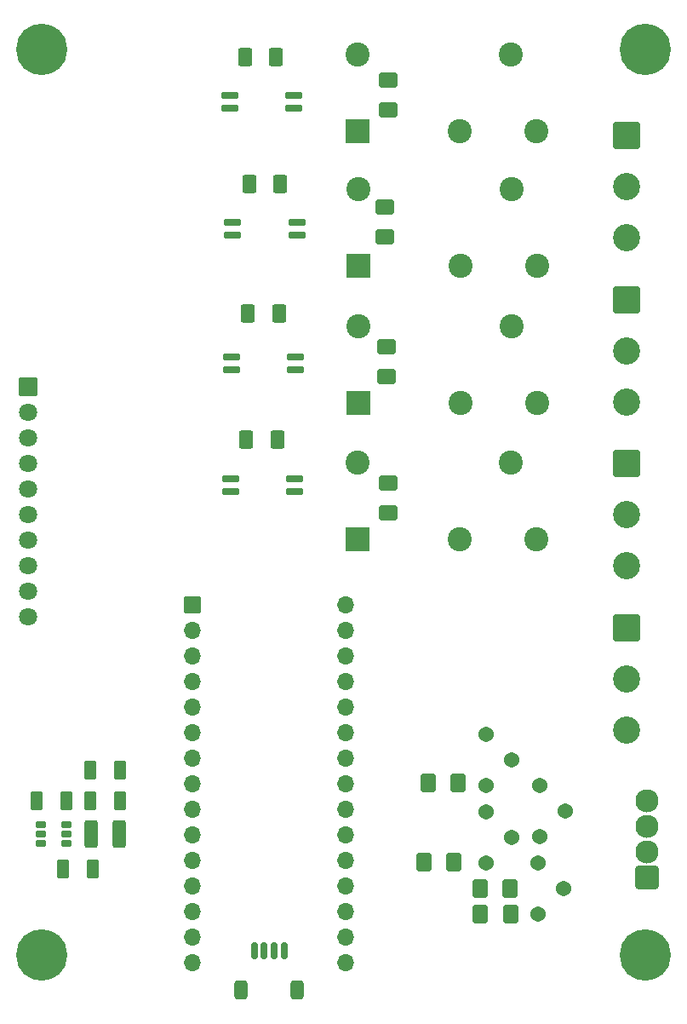
<source format=gbr>
%TF.GenerationSoftware,KiCad,Pcbnew,9.0.7*%
%TF.CreationDate,2026-02-10T14:17:09-05:00*%
%TF.ProjectId,BREAD_Slice,42524541-445f-4536-9c69-63652e6b6963,rev?*%
%TF.SameCoordinates,PX74eba40PY8552dc0*%
%TF.FileFunction,Soldermask,Bot*%
%TF.FilePolarity,Negative*%
%FSLAX46Y46*%
G04 Gerber Fmt 4.6, Leading zero omitted, Abs format (unit mm)*
G04 Created by KiCad (PCBNEW 9.0.7) date 2026-02-10 14:17:09*
%MOMM*%
%LPD*%
G01*
G04 APERTURE LIST*
G04 Aperture macros list*
%AMRoundRect*
0 Rectangle with rounded corners*
0 $1 Rounding radius*
0 $2 $3 $4 $5 $6 $7 $8 $9 X,Y pos of 4 corners*
0 Add a 4 corners polygon primitive as box body*
4,1,4,$2,$3,$4,$5,$6,$7,$8,$9,$2,$3,0*
0 Add four circle primitives for the rounded corners*
1,1,$1+$1,$2,$3*
1,1,$1+$1,$4,$5*
1,1,$1+$1,$6,$7*
1,1,$1+$1,$8,$9*
0 Add four rect primitives between the rounded corners*
20,1,$1+$1,$2,$3,$4,$5,0*
20,1,$1+$1,$4,$5,$6,$7,0*
20,1,$1+$1,$6,$7,$8,$9,0*
20,1,$1+$1,$8,$9,$2,$3,0*%
G04 Aperture macros list end*
%ADD10RoundRect,0.050000X-0.450850X-0.254000X0.450850X-0.254000X0.450850X0.254000X-0.450850X0.254000X0*%
%ADD11C,1.540000*%
%ADD12RoundRect,0.050000X-0.800000X-0.800000X0.800000X-0.800000X0.800000X0.800000X-0.800000X0.800000X0*%
%ADD13O,1.700000X1.700000*%
%ADD14C,5.100000*%
%ADD15RoundRect,0.050000X-0.850000X-0.850000X0.850000X-0.850000X0.850000X0.850000X-0.850000X0.850000X0*%
%ADD16C,1.800000*%
%ADD17RoundRect,0.259616X-1.090384X1.090384X-1.090384X-1.090384X1.090384X-1.090384X1.090384X1.090384X0*%
%ADD18C,2.700000*%
%ADD19RoundRect,0.261363X0.888637X-0.888637X0.888637X0.888637X-0.888637X0.888637X-0.888637X-0.888637X0*%
%ADD20C,2.300000*%
%ADD21RoundRect,0.050000X1.150000X1.150000X-1.150000X1.150000X-1.150000X-1.150000X1.150000X-1.150000X0*%
%ADD22C,2.400000*%
%ADD23RoundRect,0.267544X0.494956X0.657456X-0.494956X0.657456X-0.494956X-0.657456X0.494956X-0.657456X0*%
%ADD24RoundRect,0.175000X-0.687500X-0.175000X0.687500X-0.175000X0.687500X0.175000X-0.687500X0.175000X0*%
%ADD25RoundRect,0.175000X0.175000X0.650000X-0.175000X0.650000X-0.175000X-0.650000X0.175000X-0.650000X0*%
%ADD26RoundRect,0.270833X0.379167X0.679167X-0.379167X0.679167X-0.379167X-0.679167X0.379167X-0.679167X0*%
%ADD27RoundRect,0.271739X0.353261X0.678261X-0.353261X0.678261X-0.353261X-0.678261X0.353261X-0.678261X0*%
%ADD28RoundRect,0.267544X-0.657456X0.494956X-0.657456X-0.494956X0.657456X-0.494956X0.657456X0.494956X0*%
%ADD29RoundRect,0.269231X-0.430769X-0.655769X0.430769X-0.655769X0.430769X0.655769X-0.430769X0.655769X0*%
%ADD30RoundRect,0.271739X-0.353261X-0.678261X0.353261X-0.678261X0.353261X0.678261X-0.353261X0.678261X0*%
%ADD31RoundRect,0.267544X-0.494956X-0.657456X0.494956X-0.657456X0.494956X0.657456X-0.494956X0.657456X0*%
%ADD32RoundRect,0.270000X-0.405000X-1.105000X0.405000X-1.105000X0.405000X1.105000X-0.405000X1.105000X0*%
G04 APERTURE END LIST*
D10*
%TO.C,U1*%
X4848250Y16094999D03*
X4848250Y17045000D03*
X4848250Y17995001D03*
X7451750Y17995001D03*
X7451750Y17045000D03*
X7451750Y16094999D03*
%TD*%
D11*
%TO.C,RV4*%
X49160000Y26900000D03*
X51700000Y24360000D03*
X49160000Y21820000D03*
%TD*%
%TO.C,RV3*%
X54460000Y21840000D03*
X57000000Y19300000D03*
X54460000Y16760000D03*
%TD*%
%TO.C,RV2*%
X49160000Y19240000D03*
X51700000Y16700000D03*
X49160000Y14160000D03*
%TD*%
%TO.C,RV1*%
X54360000Y14140000D03*
X56900000Y11600000D03*
X54360000Y9060000D03*
%TD*%
D12*
%TO.C,A1*%
X19988000Y39800000D03*
D13*
X19988000Y37260000D03*
X19988000Y34720000D03*
X19988000Y32180000D03*
X19988000Y29640000D03*
X19988000Y27100000D03*
X19988000Y24560000D03*
X19988000Y22020000D03*
X19988000Y19480000D03*
X19988000Y16940000D03*
X19988000Y14400000D03*
X19988000Y11860000D03*
X19988000Y9320000D03*
X19988000Y6780000D03*
X19988000Y4240000D03*
X35228000Y4240000D03*
X35228000Y6780000D03*
X35228000Y9320000D03*
X35228000Y11860000D03*
X35228000Y14400000D03*
X35228000Y16940000D03*
X35228000Y19480000D03*
X35228000Y22020000D03*
X35228000Y24560000D03*
X35228000Y27100000D03*
X35228000Y29640000D03*
X35228000Y32180000D03*
X35228000Y34720000D03*
X35228000Y37260000D03*
X35228000Y39800000D03*
%TD*%
D14*
%TO.C,H1*%
X5000000Y95000000D03*
%TD*%
%TO.C,H3*%
X65000000Y95000000D03*
%TD*%
%TO.C,H2*%
X5000000Y5000000D03*
%TD*%
%TO.C,H4*%
X65000000Y5000000D03*
%TD*%
D15*
%TO.C,J1*%
X3600000Y61450000D03*
D16*
X3600000Y58910000D03*
X3600000Y56370000D03*
X3600000Y53830000D03*
X3600000Y51290000D03*
X3600000Y48750000D03*
X3600000Y46210000D03*
X3600000Y43670000D03*
X3600000Y41130000D03*
X3600000Y38590000D03*
%TD*%
D17*
%TO.C,J5*%
X63150000Y53850000D03*
D18*
X63150000Y48770000D03*
X63150000Y43690000D03*
%TD*%
D19*
%TO.C,J2*%
X65200000Y12735000D03*
D20*
X65200000Y15275000D03*
X65200000Y17815000D03*
X65200000Y20355000D03*
%TD*%
D17*
%TO.C,J6*%
X63150000Y37550000D03*
D18*
X63150000Y32470000D03*
X63150000Y27390000D03*
%TD*%
D21*
%TO.C,K1*%
X36390000Y86908000D03*
D22*
X46550000Y86908000D03*
X54170000Y86908000D03*
X51630000Y94528000D03*
X36390000Y94528000D03*
%TD*%
D21*
%TO.C,K4*%
X36360000Y46360000D03*
D22*
X46520000Y46360000D03*
X54140000Y46360000D03*
X51600000Y53980000D03*
X36360000Y53980000D03*
%TD*%
D17*
%TO.C,J3*%
X63145000Y86435000D03*
D18*
X63145000Y81355000D03*
X63145000Y76275000D03*
%TD*%
D21*
%TO.C,K2*%
X36425000Y73532000D03*
D22*
X46585000Y73532000D03*
X54205000Y73532000D03*
X51665000Y81152000D03*
X36425000Y81152000D03*
%TD*%
D21*
%TO.C,K3*%
X36425000Y59900000D03*
D22*
X46585000Y59900000D03*
X54205000Y59900000D03*
X51665000Y67520000D03*
X36425000Y67520000D03*
%TD*%
D17*
%TO.C,J4*%
X63145000Y70135000D03*
D18*
X63145000Y65055000D03*
X63145000Y59975000D03*
%TD*%
D23*
%TO.C,D5*%
X46387500Y22100000D03*
X43412500Y22100000D03*
%TD*%
D24*
%TO.C,U3*%
X23966500Y76580000D03*
X23966500Y77850000D03*
X30341500Y77850000D03*
X30341500Y76580000D03*
%TD*%
D23*
%TO.C,D2*%
X51587500Y9100000D03*
X48612500Y9100000D03*
%TD*%
D24*
%TO.C,U4*%
X23839500Y63202000D03*
X23839500Y64472000D03*
X30214500Y64472000D03*
X30214500Y63202000D03*
%TD*%
D25*
%TO.C,J1*%
X29098000Y5400000D03*
X28098000Y5400000D03*
X27098000Y5400000D03*
X26098000Y5400000D03*
D26*
X30398000Y1525000D03*
X24798000Y1525000D03*
%TD*%
D24*
%TO.C,U2*%
X23677500Y89194000D03*
X23677500Y90464000D03*
X30052500Y90464000D03*
X30052500Y89194000D03*
%TD*%
D27*
%TO.C,C1*%
X7425000Y20345000D03*
X4475000Y20345000D03*
%TD*%
D28*
%TO.C,D8*%
X39219000Y65451500D03*
X39219000Y62476500D03*
%TD*%
%TO.C,D9*%
X39408000Y51911500D03*
X39408000Y48936500D03*
%TD*%
D23*
%TO.C,D3*%
X45987500Y14200000D03*
X43012500Y14200000D03*
%TD*%
D29*
%TO.C,R2*%
X25604000Y81660000D03*
X28704000Y81660000D03*
%TD*%
%TO.C,R3*%
X25477000Y68790000D03*
X28577000Y68790000D03*
%TD*%
D28*
%TO.C,D7*%
X39092000Y79337500D03*
X39092000Y76362500D03*
%TD*%
D27*
%TO.C,C2*%
X10025000Y13545000D03*
X7075000Y13545000D03*
%TD*%
D28*
%TO.C,D6*%
X39438000Y91951500D03*
X39438000Y88976500D03*
%TD*%
D30*
%TO.C,C3*%
X9775000Y20345000D03*
X12725000Y20345000D03*
%TD*%
D29*
%TO.C,R4*%
X25285000Y56266000D03*
X28385000Y56266000D03*
%TD*%
D30*
%TO.C,C4*%
X9775000Y23345000D03*
X12725000Y23345000D03*
%TD*%
D24*
%TO.C,U5*%
X23774500Y51059000D03*
X23774500Y52329000D03*
X30149500Y52329000D03*
X30149500Y51059000D03*
%TD*%
D31*
%TO.C,D4*%
X48575000Y11650000D03*
X51550000Y11650000D03*
%TD*%
D32*
%TO.C,L1*%
X9850000Y17045000D03*
X12650000Y17045000D03*
%TD*%
D29*
%TO.C,R1*%
X25188000Y94274000D03*
X28288000Y94274000D03*
%TD*%
M02*

</source>
